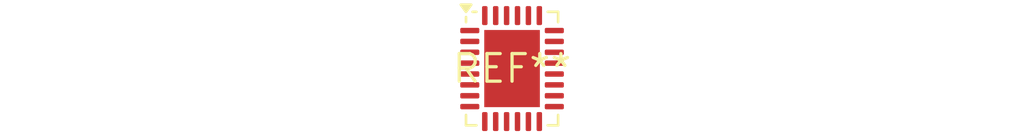
<source format=kicad_pcb>
(kicad_pcb (version 20240108) (generator pcbnew)
  (layers (0 "F.Cu" signal) (31 "B.Cu" signal) (34 "B.Paste" user) (35 "F.Paste" user) (36 "B.SilkS" user "B.Silkscreen") (37 "F.SilkS" user "F.Silkscreen") (38 "B.Mask" user) (39 "F.Mask" user) (44 "Edge.Cuts" user))
  (net 0 "")
  (footprint "VQFN-28-1EP_4x5mm_P0.5mm_EP2.55x3.55mm" (layer "F.Cu") (at 0 0)
    (property "Reference" "REF**")
    (property "Value" "VQFN-28-1EP_4x5mm_P0.5mm_EP2.55x3.55mm")
    (fp_line (start -2.11 -2.135) (end -2.11 -2.37) (layer "F.SilkS") (stroke (width 0.12)))
    (fp_line (start -2.11 2.61) (end -2.11 2.135) (layer "F.SilkS") (stroke (width 0.12)))
    (fp_line (start -1.635 -2.61) (end -1.81 -2.61) (layer "F.SilkS") (stroke (width 0.12)))
    (fp_line (start -1.635 2.61) (end -2.11 2.61) (layer "F.SilkS") (stroke (width 0.12)))
    (fp_line (start 1.635 -2.61) (end 2.11 -2.61) (layer "F.SilkS") (stroke (width 0.12)))
    (fp_line (start 1.635 2.61) (end 2.11 2.61) (layer "F.SilkS") (stroke (width 0.12)))
    (fp_line (start 2.11 -2.61) (end 2.11 -2.135) (layer "F.SilkS") (stroke (width 0.12)))
    (fp_line (start 2.11 2.61) (end 2.11 2.135) (layer "F.SilkS") (stroke (width 0.12)))
    (fp_poly (pts (xy -2.11 -2.61) (xy -2.35 -2.94) (xy -1.87 -2.94) (xy -2.11 -2.61)) (layer "F.SilkS") (stroke (width 0.12)) (fill solid))
    (pad "1" smd roundrect (at -1.9375 -1.75) (size 0.875 0.25) (layers "F.Cu" "F.Paste" "F.Mask"))
    (pad "2" smd roundrect (at -1.9375 -1.25) (size 0.875 0.25) (layers "F.Cu" "F.Paste" "F.Mask"))
    (pad "3" smd roundrect (at -1.9375 -0.75) (size 0.875 0.25) (layers "F.Cu" "F.Paste" "F.Mask"))
    (pad "4" smd roundrect (at -1.9375 -0.25) (size 0.875 0.25) (layers "F.Cu" "F.Paste" "F.Mask"))
    (pad "5" smd roundrect (at -1.9375 0.25) (size 0.875 0.25) (layers "F.Cu" "F.Paste" "F.Mask"))
    (pad "6" smd roundrect (at -1.9375 0.75) (size 0.875 0.25) (layers "F.Cu" "F.Paste" "F.Mask"))
    (pad "7" smd roundrect (at -1.9375 1.25) (size 0.875 0.25) (layers "F.Cu" "F.Paste" "F.Mask"))
    (pad "8" smd roundrect (at -1.9375 1.75) (size 0.875 0.25) (layers "F.Cu" "F.Paste" "F.Mask"))
    (pad "9" smd roundrect (at -1.25 2.4375) (size 0.25 0.875) (layers "F.Cu" "F.Paste" "F.Mask"))
    (pad "10" smd roundrect (at -0.75 2.4375) (size 0.25 0.875) (layers "F.Cu" "F.Paste" "F.Mask"))
    (pad "11" smd roundrect (at -0.25 2.4375) (size 0.25 0.875) (layers "F.Cu" "F.Paste" "F.Mask"))
    (pad "12" smd roundrect (at 0.25 2.4375) (size 0.25 0.875) (layers "F.Cu" "F.Paste" "F.Mask"))
    (pad "13" smd roundrect (at 0.75 2.4375) (size 0.25 0.875) (layers "F.Cu" "F.Paste" "F.Mask"))
    (pad "14" smd roundrect (at 1.25 2.4375) (size 0.25 0.875) (layers "F.Cu" "F.Paste" "F.Mask"))
    (pad "15" smd roundrect (at 1.9375 1.75) (size 0.875 0.25) (layers "F.Cu" "F.Paste" "F.Mask"))
    (pad "16" smd roundrect (at 1.9375 1.25) (size 0.875 0.25) (layers "F.Cu" "F.Paste" "F.Mask"))
    (pad "17" smd roundrect (at 1.9375 0.75) (size 0.875 0.25) (layers "F.Cu" "F.Paste" "F.Mask"))
    (pad "18" smd roundrect (at 1.9375 0.25) (size 0.875 0.25) (layers "F.Cu" "F.Paste" "F.Mask"))
    (pad "19" smd roundrect (at 1.9375 -0.25) (size 0.875 0.25) (layers "F.Cu" "F.Paste" "F.Mask"))
    (pad "20" smd roundrect (at 1.9375 -0.75) (size 0.875 0.25) (layers "F.Cu" "F.Paste" "F.Mask"))
    (pad "21" smd roundrect (at 1.9375 -1.25) (size 0.875 0.25) (layers "F.Cu" "F.Paste" "F.Mask"))
    (pad "22" smd roundrect (at 1.9375 -1.75) (size 0.875 0.25) (layers "F.Cu" "F.Paste" "F.Mask"))
    (pad "23" smd roundrect (at 1.25 -2.4375) (size 0.25 0.875) (layers "F.Cu" "F.Paste" "F.Mask"))
    (pad "24" smd roundrect (at 0.75 -2.4375) (size 0.25 0.875) (layers "F.Cu" "F.Paste" "F.Mask"))
    (pad "25" smd roundrect (at 0.25 -2.4375) (size 0.25 0.875) (layers "F.Cu" "F.Paste" "F.Mask"))
    (pad "26" smd roundrect (at -0.25 -2.4375) (size 0.25 0.875) (layers "F.Cu" "F.Paste" "F.Mask"))
    (pad "27" smd roundrect (at -0.75 -2.4375) (size 0.25 0.875) (layers "F.Cu" "F.Paste" "F.Mask"))
    (pad "28" smd roundrect (at -1.25 -2.4375) (size 0.25 0.875) (layers "F.Cu" "F.Paste" "F.Mask"))
    (pad "29" smd rect (at 0 0) (size 2.55 3.55) (property pad_prop_heatsink) (layers "F.Cu" "F.Mask"))
  )
)
</source>
